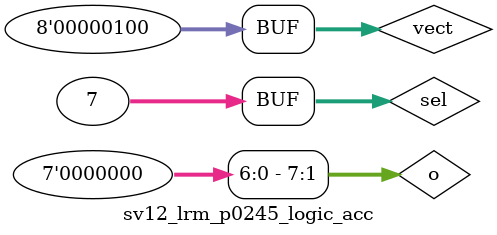
<source format=sv>

module sv12_lrm_p0245_logic_acc;
  logic [15:0] acc1;
  logic [2:17] acc2;
  logic [7:0] vect;
  
  logic [7:0] mem_name[0:1023];
  logic [7:0] twod_array[0:255][0:255];
  wire threed_array[0:255][0:255][0:7];
  int sel=7;
  logic [7:0] o;

  initial begin
    vect = 4;  // fills vect with the pattern 00000100
               // msb is bit 7, lsb is bit 0

    o = twod_array[14][1][3:0]  ;  // access lower 4 bits of word
    o = twod_array[1][3][6]     ;  // access bit 6 of word
    o = twod_array[1][3][sel]   ;  // use variable bit-select

  end

endmodule : sv12_lrm_p0245_logic_acc

</source>
